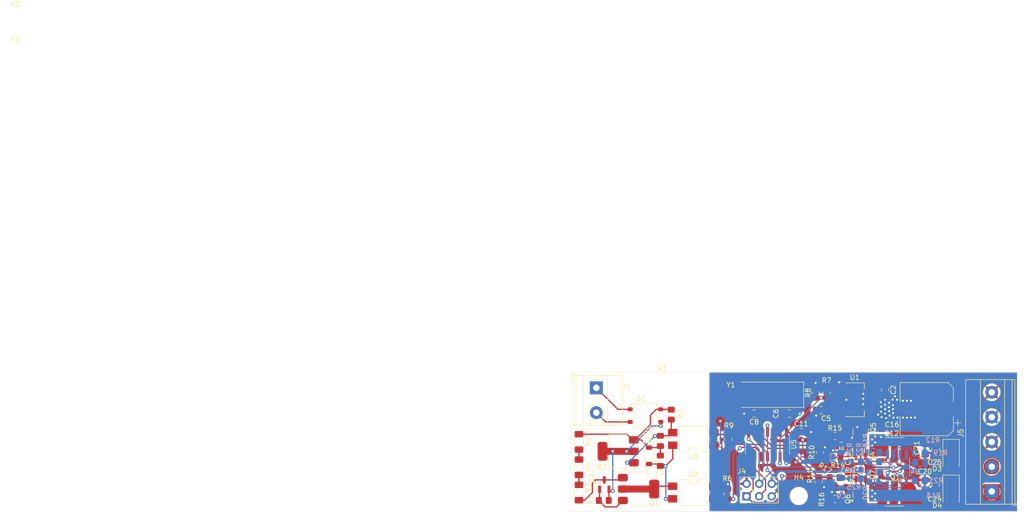
<source format=kicad_pcb>
(kicad_pcb
	(version 20240108)
	(generator "pcbnew")
	(generator_version "8.0")
	(general
		(thickness 1.6)
		(legacy_teardrops no)
	)
	(paper "A4")
	(layers
		(0 "F.Cu" signal)
		(31 "B.Cu" signal)
		(32 "B.Adhes" user "B.Adhesive")
		(33 "F.Adhes" user "F.Adhesive")
		(34 "B.Paste" user)
		(35 "F.Paste" user)
		(36 "B.SilkS" user "B.Silkscreen")
		(37 "F.SilkS" user "F.Silkscreen")
		(38 "B.Mask" user)
		(39 "F.Mask" user)
		(40 "Dwgs.User" user "User.Drawings")
		(41 "Cmts.User" user "User.Comments")
		(42 "Eco1.User" user "User.Eco1")
		(43 "Eco2.User" user "User.Eco2")
		(44 "Edge.Cuts" user)
		(45 "Margin" user)
		(46 "B.CrtYd" user "B.Courtyard")
		(47 "F.CrtYd" user "F.Courtyard")
		(48 "B.Fab" user)
		(49 "F.Fab" user)
	)
	(setup
		(stackup
			(layer "F.SilkS"
				(type "Top Silk Screen")
				(color "White")
			)
			(layer "F.Paste"
				(type "Top Solder Paste")
			)
			(layer "F.Mask"
				(type "Top Solder Mask")
				(color "Green")
				(thickness 0.01)
			)
			(layer "F.Cu"
				(type "copper")
				(thickness 0.035)
			)
			(layer "dielectric 1"
				(type "core")
				(color "FR4 natural")
				(thickness 1.51)
				(material "FR4")
				(epsilon_r 4.5)
				(loss_tangent 0.02)
			)
			(layer "B.Cu"
				(type "copper")
				(thickness 0.035)
			)
			(layer "B.Mask"
				(type "Bottom Solder Mask")
				(color "Green")
				(thickness 0.01)
			)
			(layer "B.Paste"
				(type "Bottom Solder Paste")
			)
			(layer "B.SilkS"
				(type "Bottom Silk Screen")
				(color "White")
			)
			(copper_finish "None")
			(dielectric_constraints no)
		)
		(pad_to_mask_clearance 0)
		(allow_soldermask_bridges_in_footprints no)
		(pcbplotparams
			(layerselection 0x00010fc_ffffffff)
			(plot_on_all_layers_selection 0x0000000_00000000)
			(disableapertmacros no)
			(usegerberextensions no)
			(usegerberattributes yes)
			(usegerberadvancedattributes yes)
			(creategerberjobfile yes)
			(dashed_line_dash_ratio 12.000000)
			(dashed_line_gap_ratio 3.000000)
			(svgprecision 6)
			(plotframeref no)
			(viasonmask no)
			(mode 1)
			(useauxorigin no)
			(hpglpennumber 1)
			(hpglpenspeed 20)
			(hpglpendiameter 15.000000)
			(pdf_front_fp_property_popups yes)
			(pdf_back_fp_property_popups yes)
			(dxfpolygonmode yes)
			(dxfimperialunits yes)
			(dxfusepcbnewfont yes)
			(psnegative no)
			(psa4output no)
			(plotreference yes)
			(plotvalue yes)
			(plotfptext yes)
			(plotinvisibletext no)
			(sketchpadsonfab no)
			(subtractmaskfromsilk no)
			(outputformat 1)
			(mirror no)
			(drillshape 0)
			(scaleselection 1)
			(outputdirectory "plot")
		)
	)
	(net 0 "")
	(net 1 "GND")
	(net 2 "+24V")
	(net 3 "+5V")
	(net 4 "/~{RESET}")
	(net 5 "Net-(Q1-G)")
	(net 6 "Net-(D2-K)")
	(net 7 "Net-(U5-XTAL1{slash}PB0)")
	(net 8 "Net-(U5-XTAL2{slash}PB1)")
	(net 9 "Net-(J2-Pin_1)")
	(net 10 "/RXD")
	(net 11 "Net-(R9-Pad2)")
	(net 12 "Net-(J2-Pin_2)")
	(net 13 "/LED_A")
	(net 14 "/LED_B")
	(net 15 "/VIN_SENSE")
	(net 16 "/TXD")
	(net 17 "Net-(Q2-B)")
	(net 18 "-VSW")
	(net 19 "+VSW")
	(net 20 "Net-(Q2-C)")
	(net 21 "Net-(Q3-C)")
	(net 22 "Net-(Q12-G)")
	(net 23 "Net-(Q4-B)")
	(net 24 "Net-(R3-Pad2)")
	(net 25 "Net-(R4-Pad2)")
	(net 26 "Net-(Q5-B)")
	(net 27 "/RAIL_B")
	(net 28 "/RAIL_A")
	(net 29 "Net-(Q6-B)")
	(net 30 "Net-(Q13-G)")
	(net 31 "/SCK")
	(net 32 "unconnected-(U5-PA1-Pad12)")
	(net 33 "/IOUT_B_MISO")
	(net 34 "/IOUT_A_MOSI")
	(net 35 "Net-(Q7-B)")
	(net 36 "Net-(Q12-S-Pad1)")
	(net 37 "Net-(Q13-S-Pad1)")
	(net 38 "Net-(U4B-+)")
	(net 39 "Net-(U4B--)")
	(net 40 "Net-(U4A-+)")
	(net 41 "Net-(R22-Pad1)")
	(net 42 "Net-(R23-Pad1)")
	(net 43 "Net-(U4A--)")
	(footprint "Capacitor_SMD:C_0805_2012Metric_Pad1.18x1.45mm_HandSolder" (layer "F.Cu") (at 178.4 77 -90))
	(footprint "Capacitor_SMD:C_0805_2012Metric_Pad1.18x1.45mm_HandSolder" (layer "F.Cu") (at 165.5 81.1 180))
	(footprint "Package_SO:SOIC-8_3.9x4.9mm_P1.27mm" (layer "F.Cu") (at 180.3 89.2))
	(footprint "Package_SO:SOIC-8_3.9x4.9mm_P1.27mm" (layer "F.Cu") (at 180.3 97.9))
	(footprint "Package_TO_SOT_SMD:SOT-223-3_TabPin2" (layer "F.Cu") (at 172.3 79))
	(footprint "Capacitor_SMD:C_0805_2012Metric_Pad1.18x1.45mm_HandSolder" (layer "F.Cu") (at 133.1 87.3 -90))
	(footprint "Capacitor_SMD:C_0805_2012Metric_Pad1.18x1.45mm_HandSolder" (layer "F.Cu") (at 133.1 91.3 90))
	(footprint "Capacitor_SMD:C_0805_2012Metric_Pad1.18x1.45mm_HandSolder" (layer "F.Cu") (at 169.58125 88.3))
	(footprint "Package_TO_SOT_SMD:SOT-23" (layer "F.Cu") (at 173.48125 89.495 90))
	(footprint "Package_TO_SOT_SMD:SOT-23" (layer "F.Cu") (at 173.48125 85.495 90))
	(footprint "Package_TO_SOT_SMD:SOT-23" (layer "F.Cu") (at 173.5 94.1 90))
	(footprint "Resistor_SMD:R_0805_2012Metric_Pad1.20x1.40mm_HandSolder" (layer "F.Cu") (at 121.7 99.3))
	(footprint "Resistor_SMD:R_0805_2012Metric_Pad1.20x1.40mm_HandSolder" (layer "F.Cu") (at 135.3 82 90))
	(footprint "Resistor_SMD:R_1206_3216Metric_Pad1.30x1.75mm_HandSolder" (layer "F.Cu") (at 116.7 97.7 90))
	(footprint "Resistor_SMD:R_1206_3216Metric_Pad1.30x1.75mm_HandSolder" (layer "F.Cu") (at 116.7 92.6 90))
	(footprint "Resistor_SMD:R_1206_3216Metric_Pad1.30x1.75mm_HandSolder" (layer "F.Cu") (at 116.7 87.5 90))
	(footprint "Resistor_SMD:R_0805_2012Metric_Pad1.20x1.40mm_HandSolder" (layer "F.Cu") (at 146.7 98 90))
	(footprint "Resistor_SMD:R_0805_2012Metric_Pad1.20x1.40mm_HandSolder" (layer "F.Cu") (at 146.8 87 90))
	(footprint "Resistor_SMD:R_0805_2012Metric_Pad1.20x1.40mm_HandSolder" (layer "F.Cu") (at 165.28125 89.595 90))
	(footprint "Resistor_SMD:R_0805_2012Metric_Pad1.20x1.40mm_HandSolder" (layer "F.Cu") (at 165 95.6 -90))
	(footprint "Resistor_SMD:R_0805_2012Metric_Pad1.20x1.40mm_HandSolder" (layer "F.Cu") (at 168.33125 90.495 180))
	(footprint "Resistor_SMD:R_0805_2012Metric_Pad1.20x1.40mm_HandSolder" (layer "F.Cu") (at 168.33125 86.295 180))
	(footprint "Resistor_SMD:R_0805_2012Metric_Pad1.20x1.40mm_HandSolder" (layer "F.Cu") (at 168.3 99 180))
	(footprint "Resistor_SMD:R_0805_2012Metric_Pad1.20x1.40mm_HandSolder" (layer "F.Cu") (at 168.25 94.7 180))
	(footprint "Capacitor_SMD:CP_Elec_10x10.5" (layer "F.Cu") (at 186.8 80.9 180))
	(footprint "Diode_SMD:D_SOD-123" (layer "F.Cu") (at 130.8 90.3 90))
	(footprint "Package_TO_SOT_SMD:SOT-223-3_TabPin2" (layer "F.Cu") (at 124.6 89.4 180))
	(footprint "Package_TO_SOT_SMD:SOT-223-3_TabPin2" (layer "F.Cu") (at 128.7 97))
	(footprint "TerminalBlock_Phoenix:TerminalBlock_Phoenix_MKDS-1,5-2_1x02_P5.00mm_Horizontal" (layer "F.Cu") (at 120.195 76.6 -90))
	(footprint "Package_TO_SOT_SMD:TO-269AA" (layer "F.Cu") (at 130.1 82.2))
	(footprint "Package_TO_SOT_SMD:SOT-23" (layer "F.Cu") (at 121.8 96.1 90))
	(footprint "onitake:SMDIP-4_W8.3mm_Clearance6.4mm" (layer "F.Cu") (at 139.7 97.7))
	(footprint "onitake:SMDIP-4_W8.3mm_Clearance6.4mm" (layer "F.Cu") (at 139.75 86.9 180))
	(footprint "MountingHole:MountingHole_3.2mm_M3_ISO14580" (layer "F.Cu") (at 133.4 76.5))
	(footprint "MountingHole:MountingHole_3.2mm_M3_ISO14580" (layer "F.Cu") (at 161 98.4))
	(footprint "TerminalBlock_Phoenix:TerminalBlock_Phoenix_MKDS-1,5-5_1x05_P5.00mm_Horizontal" (layer "F.Cu") (at 199.9 97.5 90))
	(footprint "Connector_PinHeader_2.54mm:PinHeader_2x03_P2.54mm_Vertical" (layer "F.Cu") (at 150.475 98.475 90))
	(footprint "Package_SO:SOIC-14_3.9x8.7mm_P1.27mm"
		(layer "F.Cu")
		(uuid "00000000-0000-0000-0000-000061ec5450")
		(at 154.7 88 -90)
		(descr "SOIC, 14 Pin (JEDEC MS-012AB, https://www.analog.com/media/en/package-pcb-resources/package/pkg_pdf/soic_narrow-r/r_14.pdf), generated with kicad-footprint-generator ipc_gullwing_generator.py")
		(tags "SOIC SO")
		(property "Reference" "U5"
			(at 0 -5.28 90)
			(layer "F.SilkS")
			(uuid "e8f7f2f0-6a25-4628-8e31-c77b678f5e5f")
			(effects
				(font
					(size 1 1)
					(thickness 0.15)
				)
			)
		)
		(property "Value" "ATtiny84A-SSU"
			(at 0 5.28 90)
			(layer "F.Fab")
			(uuid "b398dc6c-0bcf-48ec-a541-b2d7bc59e214")
			(effects
				(font
					(size 1 1)
					(thickness 0.15)
				)
			)
		)
		(property "Footprint" "Package_SO:SOIC-14_3.9x8.7mm_P1.27mm"
			(at 0 0 -90)
			(layer "F.Fab")
			(hide yes)
			(uuid "87e39bfc-e666-4e65-9871-d9d26f5d15a1")
			(effects
				(font
					(size 1.27 1.27)
					(thickness 0.15)
				)
			)
		)
		(property "Datasheet" "http://ww1.microchip.com/downloads/en/DeviceDoc/doc8183.pdf"
			(at 0 0 -90)
			(layer "F.Fab")
			(hide yes)
			(uuid "26e34435-f829-45ca-b04f-49cf0fd8b776")
			(effects
				(font
					(size 1.27 1.27)
					(thickness 0.15)
				)
			)
		)
		(property "Description" "20MHz, 8kB Flash, 512B SRAM, 512B EEPROM, debugWIRE, SOIC-14"
			(at 0 0 -90)
			(layer "F.Fab")
			(hide yes)
			(uuid "272ab70e-963e-43e7-acf4-8c37187e573a")
			(effects
				(font
					(size 1.27 1.27)
					(thickness 0.15)
				)
			)
		)
		(property ki_fp_filters "SOIC*3.9x8.7mm*P1.27mm*")
		(path "/00000000-0000-0000-0000-0000623d281e")
		(sheetname "Root")
		(sheetfile "ledstrip.kicad_sch")
		(attr smd)
		(fp_line
			(start 0 4.435)
			(end -1.95 4.435)
			(stroke
				(width 0.12)
				(type solid)
			)
			(layer "F.SilkS")
			(uuid "3aeb69b9-1604-45f1-9fa1-0d93f7bbc14a")
		)
		(fp_line
			(start 0 4.435)
			(end 1.95 4.435)
			(stroke
				(width 0.12)
				(type solid)
			)
			(layer "F.SilkS")
			(uuid "09c75ebd-ede8-4e3e-af18-3b5efe52b321")
		)
		(fp_line
			(start 0 -4.435)
			(end -1.95 -4.435)
			(stroke
				(width 0.12)
				(type solid)
			)
			(layer "F.SilkS")
			(uuid "fbe09fda-9d9b-4313-986a-03bf0dcc4549")
		)
		(fp_line
			(start 0 -4.435)
			(end 1.95 -4.435)
			(stroke
				(width 0.12)
				(type solid)
			)
			(layer "F.SilkS")
			(uuid "b4a48b52-9c09-4f2b-93ad-6ca2554a886d")
		)
		(fp_poly
			(pts
				(xy -2.7 -4.37) (xy -2.94 -4.7) (xy -2.46 -4.7) (xy -2.7 -4.37)
			)
			(stroke
				(width 0.12)
				(type solid)
			)
			(fill solid)
			(layer "F.SilkS")
			(uuid "1f665392-7d42-4686-818c-42cf58fd88ee")
		)
		(fp_line
			(start -3.7 4.58)
			(end 3.7 4.58)
			(stroke
				(width 0.05)
				(type solid)
			)
			(layer "F.CrtYd")
			(uuid "d0c716b2-0b10-424e-8d6e-a1748b218cc9")
		)
		(fp_line
			(start 3.7 4.58)
			(end 3.7 -4.58)
			(stroke
				(width 0.05)
				(type solid)
			)
			(layer "F.CrtYd")
			(uuid "937e7304-1f6d-4a63-878a-54704c6e386b")
		)
		(fp_line
			(start -3.7 -4.58)
			(end -3.7 4.58)
			(stroke
				(width 0.05)
				(type solid)
			)
			(layer "F.CrtYd")
			(uuid "9dc9cf3c-f03a-43ce-ba94-8a2584dec592")
		)
		(fp_line
			(start 3.7 -4.58)
			(end -3.7 -4.58)
			(stroke
				(width 0.05)
				(type solid)
			)
			(layer "F.CrtYd")
			(uuid "c37169df-bd6d-4f7f-afaa-072ef279a718")
		)
		(fp_line
			(start -1.95 4.325)
			(end -1.95 -3.35)
			(stroke
				(width 0.1)
				(type solid)
			)
			(layer "F.Fab")
			(uuid "e2406fff-dd76-4f33-9e
... [346889 chars truncated]
</source>
